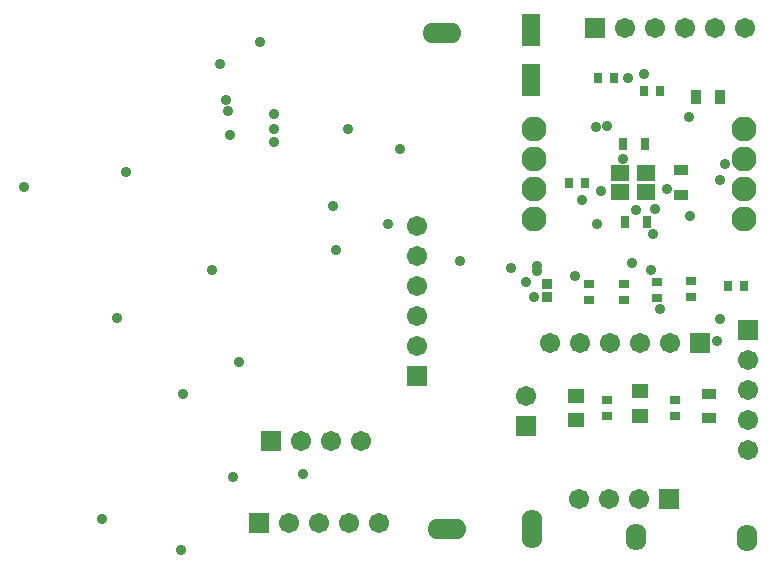
<source format=gbr>
G04*
G04 #@! TF.GenerationSoftware,Altium Limited,Altium Designer,22.4.2 (48)*
G04*
G04 Layer_Color=16711935*
%FSLAX25Y25*%
%MOIN*%
G70*
G04*
G04 #@! TF.SameCoordinates,BE1E711C-C8E7-489F-BFDC-0012772F392D*
G04*
G04*
G04 #@! TF.FilePolarity,Negative*
G04*
G01*
G75*
%ADD16R,0.03197X0.03666*%
%ADD19R,0.03197X0.02593*%
%ADD20R,0.04749X0.03765*%
%ADD22R,0.03765X0.04749*%
%ADD23R,0.02977X0.04355*%
%ADD36R,0.02593X0.03197*%
%ADD43R,0.06312X0.05328*%
%ADD45R,0.05524X0.05131*%
%ADD46R,0.06706X0.06706*%
%ADD47C,0.06706*%
%ADD48R,0.06706X0.06706*%
%ADD49C,0.08300*%
%ADD50C,0.08200*%
%ADD51O,0.06800X0.13005*%
%ADD52O,0.06800X0.09068*%
%ADD53O,0.13005X0.06800*%
%ADD54C,0.03556*%
%ADD65R,0.06299X0.11024*%
D16*
X303500Y388872D02*
D03*
Y393128D02*
D03*
D19*
X346000Y349336D02*
D03*
Y354664D02*
D03*
X329000Y388000D02*
D03*
Y393328D02*
D03*
X317500Y388000D02*
D03*
Y393328D02*
D03*
X323500Y354664D02*
D03*
Y349336D02*
D03*
X340000Y388500D02*
D03*
Y393828D02*
D03*
X351500Y389000D02*
D03*
Y394328D02*
D03*
D20*
X357500Y348429D02*
D03*
Y356500D02*
D03*
X348000Y431035D02*
D03*
Y422965D02*
D03*
D22*
X352965Y455500D02*
D03*
X361035D02*
D03*
D23*
X336142Y440000D02*
D03*
X328858D02*
D03*
X329358Y414000D02*
D03*
X336642D02*
D03*
D36*
X325664Y462000D02*
D03*
X320336D02*
D03*
X363836Y392500D02*
D03*
X369164D02*
D03*
X316164Y427000D02*
D03*
X310836D02*
D03*
X341164Y457500D02*
D03*
X335836D02*
D03*
D43*
X327669Y430150D02*
D03*
X336331D02*
D03*
Y423850D02*
D03*
X327669D02*
D03*
D45*
X334500Y349366D02*
D03*
Y357634D02*
D03*
X313000Y347732D02*
D03*
Y356000D02*
D03*
D46*
X296500Y346000D02*
D03*
X370500Y378000D02*
D03*
X260000Y362500D02*
D03*
D47*
X296500Y356000D02*
D03*
X314000Y321500D02*
D03*
X324000D02*
D03*
X334000D02*
D03*
X370500Y338000D02*
D03*
Y348000D02*
D03*
Y358000D02*
D03*
Y368000D02*
D03*
X304500Y373500D02*
D03*
X314500D02*
D03*
X324500D02*
D03*
X334500D02*
D03*
X344500D02*
D03*
X369500Y478500D02*
D03*
X359500D02*
D03*
X349500D02*
D03*
X339500D02*
D03*
X329500D02*
D03*
X217500Y313500D02*
D03*
X227500D02*
D03*
X237500D02*
D03*
X247500D02*
D03*
X241500Y341000D02*
D03*
X231500D02*
D03*
X221500D02*
D03*
X260000Y412500D02*
D03*
Y402500D02*
D03*
Y392500D02*
D03*
Y382500D02*
D03*
Y372500D02*
D03*
D48*
X344000Y321500D02*
D03*
X354500Y373500D02*
D03*
X319500Y478500D02*
D03*
X207500Y313500D02*
D03*
X211500Y341000D02*
D03*
D49*
X369000Y415000D02*
D03*
Y425000D02*
D03*
X299000Y445000D02*
D03*
Y435000D02*
D03*
X369000Y445000D02*
D03*
X299000Y425000D02*
D03*
X369000Y435000D02*
D03*
X299000Y415000D02*
D03*
D50*
X369000D02*
D03*
Y445000D02*
D03*
Y435000D02*
D03*
Y425000D02*
D03*
X299000Y445000D02*
D03*
Y435000D02*
D03*
Y425000D02*
D03*
Y415000D02*
D03*
D51*
X298500Y311500D02*
D03*
D52*
X333000Y309000D02*
D03*
X370000Y308500D02*
D03*
D53*
X270000Y311500D02*
D03*
X268500Y477000D02*
D03*
D54*
X312600Y395700D02*
D03*
X314900Y421300D02*
D03*
X300000Y399300D02*
D03*
Y397600D02*
D03*
X291300Y398400D02*
D03*
X320205Y413100D02*
D03*
X321300Y424100D02*
D03*
X323400Y445700D02*
D03*
X350600Y448800D02*
D03*
X331600Y400300D02*
D03*
X298900Y388872D02*
D03*
X360900Y381400D02*
D03*
X351100Y415700D02*
D03*
X335700Y463300D02*
D03*
X339300Y418100D02*
D03*
X360100Y374060D02*
D03*
X330300Y462000D02*
D03*
X338600Y409700D02*
D03*
X338100Y398000D02*
D03*
X296300Y393879D02*
D03*
X333000Y417700D02*
D03*
X319700Y445500D02*
D03*
X341200Y385000D02*
D03*
X328858Y435000D02*
D03*
X343335Y424800D02*
D03*
X361166Y427878D02*
D03*
X362885Y433115D02*
D03*
X232059Y419200D02*
D03*
X200836Y367200D02*
D03*
X207800Y473800D02*
D03*
X250300Y413200D02*
D03*
X194368Y466559D02*
D03*
X196500Y454528D02*
D03*
X254400Y438300D02*
D03*
X191800Y398000D02*
D03*
X197821Y442700D02*
D03*
X233200Y404400D02*
D03*
X198700Y329000D02*
D03*
X197000Y450800D02*
D03*
X163000Y430500D02*
D03*
X129000Y425500D02*
D03*
X212500Y450000D02*
D03*
Y445000D02*
D03*
Y440500D02*
D03*
X182000Y356500D02*
D03*
X222000Y330000D02*
D03*
X274500Y401000D02*
D03*
X237000Y445000D02*
D03*
X160000Y382000D02*
D03*
X155000Y315000D02*
D03*
X181500Y304500D02*
D03*
D03*
D65*
X298000Y461071D02*
D03*
Y478000D02*
D03*
M02*

</source>
